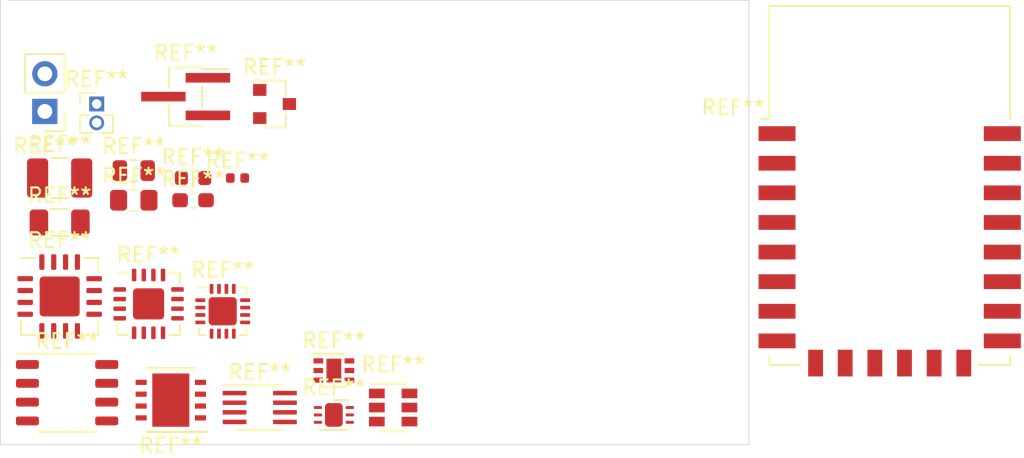
<source format=kicad_pcb>
(kicad_pcb (version 20171130) (host pcbnew 5.1.0)

  (general
    (thickness 1.6)
    (drawings 4)
    (tracks 0)
    (zones 0)
    (modules 21)
    (nets 1)
  )

  (page A4)
  (layers
    (0 F.Cu signal)
    (31 B.Cu signal)
    (32 B.Adhes user)
    (33 F.Adhes user)
    (34 B.Paste user)
    (35 F.Paste user)
    (36 B.SilkS user)
    (37 F.SilkS user)
    (38 B.Mask user)
    (39 F.Mask user)
    (40 Dwgs.User user)
    (41 Cmts.User user)
    (42 Eco1.User user)
    (43 Eco2.User user)
    (44 Edge.Cuts user)
    (45 Margin user)
    (46 B.CrtYd user)
    (47 F.CrtYd user)
    (48 B.Fab user)
    (49 F.Fab user hide)
  )

  (setup
    (last_trace_width 0.25)
    (trace_clearance 0.2)
    (zone_clearance 0.508)
    (zone_45_only no)
    (trace_min 0.2)
    (via_size 0.8)
    (via_drill 0.4)
    (via_min_size 0.4)
    (via_min_drill 0.3)
    (uvia_size 0.3)
    (uvia_drill 0.1)
    (uvias_allowed no)
    (uvia_min_size 0.2)
    (uvia_min_drill 0.1)
    (edge_width 0.05)
    (segment_width 0.2)
    (pcb_text_width 0.3)
    (pcb_text_size 1.5 1.5)
    (mod_edge_width 0.12)
    (mod_text_size 1 1)
    (mod_text_width 0.15)
    (pad_size 1.524 1.524)
    (pad_drill 0.762)
    (pad_to_mask_clearance 0.051)
    (solder_mask_min_width 0.25)
    (aux_axis_origin 0 0)
    (visible_elements FFFFFF7F)
    (pcbplotparams
      (layerselection 0x010fc_ffffffff)
      (usegerberextensions false)
      (usegerberattributes false)
      (usegerberadvancedattributes false)
      (creategerberjobfile false)
      (excludeedgelayer true)
      (linewidth 0.100000)
      (plotframeref false)
      (viasonmask false)
      (mode 1)
      (useauxorigin false)
      (hpglpennumber 1)
      (hpglpenspeed 20)
      (hpglpendiameter 15.000000)
      (psnegative false)
      (psa4output false)
      (plotreference true)
      (plotvalue true)
      (plotinvisibletext false)
      (padsonsilk false)
      (subtractmaskfromsilk false)
      (outputformat 1)
      (mirror false)
      (drillshape 1)
      (scaleselection 1)
      (outputdirectory ""))
  )

  (net 0 "")

  (net_class Default "This is the default net class."
    (clearance 0.2)
    (trace_width 0.25)
    (via_dia 0.8)
    (via_drill 0.4)
    (uvia_dia 0.3)
    (uvia_drill 0.1)
  )

  (module Connector_PinHeader_1.27mm:PinHeader_1x02_P1.27mm_Vertical (layer F.Cu) (tedit 59FED6E3) (tstamp 5CADC2C5)
    (at 40.5 36)
    (descr "Through hole straight pin header, 1x02, 1.27mm pitch, single row")
    (tags "Through hole pin header THT 1x02 1.27mm single row")
    (fp_text reference REF** (at 0 -1.695) (layer F.SilkS)
      (effects (font (size 1 1) (thickness 0.15)))
    )
    (fp_text value PinHeader_1x02_P1.27mm_Vertical (at 0 2.965) (layer F.Fab)
      (effects (font (size 1 1) (thickness 0.15)))
    )
    (fp_text user %R (at 0 0.635 90) (layer F.Fab)
      (effects (font (size 1 1) (thickness 0.15)))
    )
    (fp_line (start 1.55 -1.15) (end -1.55 -1.15) (layer F.CrtYd) (width 0.05))
    (fp_line (start 1.55 2.45) (end 1.55 -1.15) (layer F.CrtYd) (width 0.05))
    (fp_line (start -1.55 2.45) (end 1.55 2.45) (layer F.CrtYd) (width 0.05))
    (fp_line (start -1.55 -1.15) (end -1.55 2.45) (layer F.CrtYd) (width 0.05))
    (fp_line (start -1.11 -0.76) (end 0 -0.76) (layer F.SilkS) (width 0.12))
    (fp_line (start -1.11 0) (end -1.11 -0.76) (layer F.SilkS) (width 0.12))
    (fp_line (start 0.563471 0.76) (end 1.11 0.76) (layer F.SilkS) (width 0.12))
    (fp_line (start -1.11 0.76) (end -0.563471 0.76) (layer F.SilkS) (width 0.12))
    (fp_line (start 1.11 0.76) (end 1.11 1.965) (layer F.SilkS) (width 0.12))
    (fp_line (start -1.11 0.76) (end -1.11 1.965) (layer F.SilkS) (width 0.12))
    (fp_line (start 0.30753 1.965) (end 1.11 1.965) (layer F.SilkS) (width 0.12))
    (fp_line (start -1.11 1.965) (end -0.30753 1.965) (layer F.SilkS) (width 0.12))
    (fp_line (start -1.05 -0.11) (end -0.525 -0.635) (layer F.Fab) (width 0.1))
    (fp_line (start -1.05 1.905) (end -1.05 -0.11) (layer F.Fab) (width 0.1))
    (fp_line (start 1.05 1.905) (end -1.05 1.905) (layer F.Fab) (width 0.1))
    (fp_line (start 1.05 -0.635) (end 1.05 1.905) (layer F.Fab) (width 0.1))
    (fp_line (start -0.525 -0.635) (end 1.05 -0.635) (layer F.Fab) (width 0.1))
    (pad 2 thru_hole oval (at 0 1.27) (size 1 1) (drill 0.65) (layers *.Cu *.Mask))
    (pad 1 thru_hole rect (at 0 0) (size 1 1) (drill 0.65) (layers *.Cu *.Mask))
    (model ${KISYS3DMOD}/Connector_PinHeader_1.27mm.3dshapes/PinHeader_1x02_P1.27mm_Vertical.wrl
      (at (xyz 0 0 0))
      (scale (xyz 1 1 1))
      (rotate (xyz 0 0 0))
    )
  )

  (module Package_DFN_QFN:DFN-6-1EP_2x2mm_P0.65mm_EP1x1.6mm (layer F.Cu) (tedit 5A64E13E) (tstamp 5CADC30B)
    (at 56.5 54)
    (descr "6-Lead Plastic Dual Flat, No Lead Package (MA) - 2x2x0.9 mm Body [DFN] (see Microchip Packaging Specification 00000049BS.pdf)")
    (tags "DFN 0.65")
    (attr smd)
    (fp_text reference REF** (at 0 -2.025) (layer F.SilkS)
      (effects (font (size 1 1) (thickness 0.15)))
    )
    (fp_text value DFN-6-1EP_2x2mm_P0.65mm_EP1x1.6mm (at 0 2.025) (layer F.Fab)
      (effects (font (size 1 1) (thickness 0.15)))
    )
    (fp_line (start -1.45 -1.1) (end 0.725 -1.1) (layer F.SilkS) (width 0.15))
    (fp_line (start -0.725 1.1) (end 0.725 1.1) (layer F.SilkS) (width 0.15))
    (fp_line (start -1.65 1.25) (end 1.65 1.25) (layer F.CrtYd) (width 0.05))
    (fp_line (start -1.65 -1.25) (end 1.65 -1.25) (layer F.CrtYd) (width 0.05))
    (fp_line (start 1.65 -1.25) (end 1.65 1.25) (layer F.CrtYd) (width 0.05))
    (fp_line (start -1.65 -1.25) (end -1.65 1.25) (layer F.CrtYd) (width 0.05))
    (fp_line (start -1 0) (end 0 -1) (layer F.Fab) (width 0.15))
    (fp_line (start -1 1) (end -1 0) (layer F.Fab) (width 0.15))
    (fp_line (start 1 1) (end -1 1) (layer F.Fab) (width 0.15))
    (fp_line (start 1 -1) (end 1 1) (layer F.Fab) (width 0.15))
    (fp_line (start 0 -1) (end 1 -1) (layer F.Fab) (width 0.15))
    (fp_text user %R (at 0 0) (layer F.Fab)
      (effects (font (size 0.5 0.5) (thickness 0.075)))
    )
    (pad "" smd rect (at 0 0.4) (size 0.82 0.63) (layers F.Paste))
    (pad "" smd rect (at 0 -0.4) (size 0.82 0.63) (layers F.Paste))
    (pad 7 smd rect (at 0 0) (size 1 1.6) (layers F.Cu F.Mask))
    (pad 6 smd rect (at 1.05 -0.65) (size 0.65 0.35) (layers F.Cu F.Paste F.Mask))
    (pad 5 smd rect (at 1.05 0) (size 0.65 0.35) (layers F.Cu F.Paste F.Mask))
    (pad 4 smd rect (at 1.05 0.65) (size 0.65 0.35) (layers F.Cu F.Paste F.Mask))
    (pad 3 smd rect (at -1.05 0.65) (size 0.65 0.35) (layers F.Cu F.Paste F.Mask))
    (pad 2 smd rect (at -1.05 0) (size 0.65 0.35) (layers F.Cu F.Paste F.Mask))
    (pad 1 smd rect (at -1.05 -0.65) (size 0.65 0.35) (layers F.Cu F.Paste F.Mask))
    (model ${KISYS3DMOD}/Package_DFN_QFN.3dshapes/DFN-6-1EP_2x2mm_P0.65mm_EP1x1.6mm.wrl
      (at (xyz 0 0 0))
      (scale (xyz 1 1 1))
      (rotate (xyz 0 0 0))
    )
  )

  (module Package_DFN_QFN:DFN-6-1EP_2x1.8mm_P0.5mm_EP1.2x1.6mm (layer F.Cu) (tedit 5B5AED80) (tstamp 5CADC3E8)
    (at 56.5 57)
    (descr "DFN, 6 Pin (https://www.diodes.com/assets/Package-Files/U-DFN2018-6.pdf), generated with kicad-footprint-generator ipc_dfn_qfn_generator.py")
    (tags "DFN DFN_QFN")
    (attr smd)
    (fp_text reference REF** (at 0 -1.85) (layer F.SilkS)
      (effects (font (size 1 1) (thickness 0.15)))
    )
    (fp_text value DFN-6-1EP_2x1.8mm_P0.5mm_EP1.2x1.6mm (at 0 1.85) (layer F.Fab)
      (effects (font (size 1 1) (thickness 0.15)))
    )
    (fp_text user %R (at 0 0) (layer F.Fab)
      (effects (font (size 0.5 0.5) (thickness 0.08)))
    )
    (fp_line (start 1.6 -1.15) (end -1.6 -1.15) (layer F.CrtYd) (width 0.05))
    (fp_line (start 1.6 1.15) (end 1.6 -1.15) (layer F.CrtYd) (width 0.05))
    (fp_line (start -1.6 1.15) (end 1.6 1.15) (layer F.CrtYd) (width 0.05))
    (fp_line (start -1.6 -1.15) (end -1.6 1.15) (layer F.CrtYd) (width 0.05))
    (fp_line (start -1 -0.4) (end -0.5 -0.9) (layer F.Fab) (width 0.1))
    (fp_line (start -1 0.9) (end -1 -0.4) (layer F.Fab) (width 0.1))
    (fp_line (start 1 0.9) (end -1 0.9) (layer F.Fab) (width 0.1))
    (fp_line (start 1 -0.9) (end 1 0.9) (layer F.Fab) (width 0.1))
    (fp_line (start -0.5 -0.9) (end 1 -0.9) (layer F.Fab) (width 0.1))
    (fp_line (start -1 1.01) (end 1 1.01) (layer F.SilkS) (width 0.12))
    (fp_line (start 0 -1.01) (end 1 -1.01) (layer F.SilkS) (width 0.12))
    (pad 6 smd roundrect (at 1.075 -0.5) (size 0.55 0.2) (layers F.Cu F.Paste F.Mask) (roundrect_rratio 0.25))
    (pad 5 smd roundrect (at 1.075 0) (size 0.55 0.2) (layers F.Cu F.Paste F.Mask) (roundrect_rratio 0.25))
    (pad 4 smd roundrect (at 1.075 0.5) (size 0.55 0.2) (layers F.Cu F.Paste F.Mask) (roundrect_rratio 0.25))
    (pad 3 smd roundrect (at -1.075 0.5) (size 0.55 0.2) (layers F.Cu F.Paste F.Mask) (roundrect_rratio 0.25))
    (pad 2 smd roundrect (at -1.075 0) (size 0.55 0.2) (layers F.Cu F.Paste F.Mask) (roundrect_rratio 0.25))
    (pad 1 smd roundrect (at -1.075 -0.5) (size 0.55 0.2) (layers F.Cu F.Paste F.Mask) (roundrect_rratio 0.25))
    (pad "" smd roundrect (at 0.3 0.4) (size 0.48 0.64) (layers F.Paste) (roundrect_rratio 0.25))
    (pad "" smd roundrect (at 0.3 -0.4) (size 0.48 0.64) (layers F.Paste) (roundrect_rratio 0.25))
    (pad "" smd roundrect (at -0.3 0.4) (size 0.48 0.64) (layers F.Paste) (roundrect_rratio 0.25))
    (pad "" smd roundrect (at -0.3 -0.4) (size 0.48 0.64) (layers F.Paste) (roundrect_rratio 0.25))
    (pad 7 smd roundrect (at 0 0) (size 1.2 1.6) (layers F.Cu F.Mask) (roundrect_rratio 0.208333))
    (model ${KISYS3DMOD}/Package_DFN_QFN.3dshapes/DFN-6-1EP_2x1.8mm_P0.5mm_EP1.2x1.6mm.wrl
      (at (xyz 0 0 0))
      (scale (xyz 1 1 1))
      (rotate (xyz 0 0 0))
    )
  )

  (module RF_Module:ESP-12E (layer F.Cu) (tedit 5A030172) (tstamp 5CAD92F6)
    (at 94 41.5)
    (descr "Wi-Fi Module, http://wiki.ai-thinker.com/_media/esp8266/docs/aithinker_esp_12f_datasheet_en.pdf")
    (tags "Wi-Fi Module")
    (attr smd)
    (fp_text reference REF** (at -10.56 -5.26) (layer F.SilkS)
      (effects (font (size 1 1) (thickness 0.15)))
    )
    (fp_text value ESP-12E (at -0.06 -12.78) (layer F.Fab)
      (effects (font (size 1 1) (thickness 0.15)))
    )
    (fp_line (start 5.56 -4.8) (end 8.12 -7.36) (layer Dwgs.User) (width 0.12))
    (fp_line (start 2.56 -4.8) (end 8.12 -10.36) (layer Dwgs.User) (width 0.12))
    (fp_line (start -0.44 -4.8) (end 6.88 -12.12) (layer Dwgs.User) (width 0.12))
    (fp_line (start -3.44 -4.8) (end 3.88 -12.12) (layer Dwgs.User) (width 0.12))
    (fp_line (start -6.44 -4.8) (end 0.88 -12.12) (layer Dwgs.User) (width 0.12))
    (fp_line (start -8.12 -6.12) (end -2.12 -12.12) (layer Dwgs.User) (width 0.12))
    (fp_line (start -8.12 -9.12) (end -5.12 -12.12) (layer Dwgs.User) (width 0.12))
    (fp_line (start -8.12 -4.8) (end -8.12 -12.12) (layer Dwgs.User) (width 0.12))
    (fp_line (start 8.12 -4.8) (end -8.12 -4.8) (layer Dwgs.User) (width 0.12))
    (fp_line (start 8.12 -12.12) (end 8.12 -4.8) (layer Dwgs.User) (width 0.12))
    (fp_line (start -8.12 -12.12) (end 8.12 -12.12) (layer Dwgs.User) (width 0.12))
    (fp_line (start -8.12 -4.5) (end -8.73 -4.5) (layer F.SilkS) (width 0.12))
    (fp_line (start -8.12 -4.5) (end -8.12 -12.12) (layer F.SilkS) (width 0.12))
    (fp_line (start -8.12 12.12) (end -8.12 11.5) (layer F.SilkS) (width 0.12))
    (fp_line (start -6 12.12) (end -8.12 12.12) (layer F.SilkS) (width 0.12))
    (fp_line (start 8.12 12.12) (end 6 12.12) (layer F.SilkS) (width 0.12))
    (fp_line (start 8.12 11.5) (end 8.12 12.12) (layer F.SilkS) (width 0.12))
    (fp_line (start 8.12 -12.12) (end 8.12 -4.5) (layer F.SilkS) (width 0.12))
    (fp_line (start -8.12 -12.12) (end 8.12 -12.12) (layer F.SilkS) (width 0.12))
    (fp_line (start -9.05 13.1) (end -9.05 -12.2) (layer F.CrtYd) (width 0.05))
    (fp_line (start 9.05 13.1) (end -9.05 13.1) (layer F.CrtYd) (width 0.05))
    (fp_line (start 9.05 -12.2) (end 9.05 13.1) (layer F.CrtYd) (width 0.05))
    (fp_line (start -9.05 -12.2) (end 9.05 -12.2) (layer F.CrtYd) (width 0.05))
    (fp_line (start -8 -4) (end -8 -12) (layer F.Fab) (width 0.12))
    (fp_line (start -7.5 -3.5) (end -8 -4) (layer F.Fab) (width 0.12))
    (fp_line (start -8 -3) (end -7.5 -3.5) (layer F.Fab) (width 0.12))
    (fp_line (start -8 12) (end -8 -3) (layer F.Fab) (width 0.12))
    (fp_line (start 8 12) (end -8 12) (layer F.Fab) (width 0.12))
    (fp_line (start 8 -12) (end 8 12) (layer F.Fab) (width 0.12))
    (fp_line (start -8 -12) (end 8 -12) (layer F.Fab) (width 0.12))
    (fp_text user %R (at 0.49 -0.8) (layer F.Fab)
      (effects (font (size 1 1) (thickness 0.15)))
    )
    (fp_text user "KEEP-OUT ZONE" (at 0.03 -9.55 180) (layer Cmts.User)
      (effects (font (size 1 1) (thickness 0.15)))
    )
    (fp_text user Antenna (at -0.06 -7 180) (layer Cmts.User)
      (effects (font (size 1 1) (thickness 0.15)))
    )
    (pad 22 smd rect (at 7.6 -3.5) (size 2.5 1) (layers F.Cu F.Paste F.Mask))
    (pad 21 smd rect (at 7.6 -1.5) (size 2.5 1) (layers F.Cu F.Paste F.Mask))
    (pad 20 smd rect (at 7.6 0.5) (size 2.5 1) (layers F.Cu F.Paste F.Mask))
    (pad 19 smd rect (at 7.6 2.5) (size 2.5 1) (layers F.Cu F.Paste F.Mask))
    (pad 18 smd rect (at 7.6 4.5) (size 2.5 1) (layers F.Cu F.Paste F.Mask))
    (pad 17 smd rect (at 7.6 6.5) (size 2.5 1) (layers F.Cu F.Paste F.Mask))
    (pad 16 smd rect (at 7.6 8.5) (size 2.5 1) (layers F.Cu F.Paste F.Mask))
    (pad 15 smd rect (at 7.6 10.5) (size 2.5 1) (layers F.Cu F.Paste F.Mask))
    (pad 14 smd rect (at 5 12) (size 1 1.8) (layers F.Cu F.Paste F.Mask))
    (pad 13 smd rect (at 3 12) (size 1 1.8) (layers F.Cu F.Paste F.Mask))
    (pad 12 smd rect (at 1 12) (size 1 1.8) (layers F.Cu F.Paste F.Mask))
    (pad 11 smd rect (at -1 12) (size 1 1.8) (layers F.Cu F.Paste F.Mask))
    (pad 10 smd rect (at -3 12) (size 1 1.8) (layers F.Cu F.Paste F.Mask))
    (pad 9 smd rect (at -5 12) (size 1 1.8) (layers F.Cu F.Paste F.Mask))
    (pad 8 smd rect (at -7.6 10.5) (size 2.5 1) (layers F.Cu F.Paste F.Mask))
    (pad 7 smd rect (at -7.6 8.5) (size 2.5 1) (layers F.Cu F.Paste F.Mask))
    (pad 6 smd rect (at -7.6 6.5) (size 2.5 1) (layers F.Cu F.Paste F.Mask))
    (pad 5 smd rect (at -7.6 4.5) (size 2.5 1) (layers F.Cu F.Paste F.Mask))
    (pad 4 smd rect (at -7.6 2.5) (size 2.5 1) (layers F.Cu F.Paste F.Mask))
    (pad 3 smd rect (at -7.6 0.5) (size 2.5 1) (layers F.Cu F.Paste F.Mask))
    (pad 2 smd rect (at -7.6 -1.5) (size 2.5 1) (layers F.Cu F.Paste F.Mask))
    (pad 1 smd rect (at -7.6 -3.5) (size 2.5 1) (layers F.Cu F.Paste F.Mask))
    (model ${KISYS3DMOD}/RF_Module.3dshapes/ESP-12E.wrl
      (at (xyz 0 0 0))
      (scale (xyz 1 1 1))
      (rotate (xyz 0 0 0))
    )
  )

  (module Package_DFN_QFN:DFN-8-1EP_4x4mm_P0.8mm_EP2.5x3.6mm (layer F.Cu) (tedit 5A64EB23) (tstamp 5CADC46A)
    (at 45.5 56 180)
    (descr "8-Lead Plastic Dual Flat, No Lead Package (MD) - 4x4x0.9 mm Body [DFN] (see Microchip Packaging Specification 00000049BS.pdf)")
    (tags "DFN 0.8")
    (attr smd)
    (fp_text reference REF** (at 0 -3.075 180) (layer F.SilkS)
      (effects (font (size 1 1) (thickness 0.15)))
    )
    (fp_text value DFN-8-1EP_4x4mm_P0.8mm_EP2.5x3.6mm (at 0 3.075 180) (layer F.Fab)
      (effects (font (size 1 1) (thickness 0.15)))
    )
    (fp_text user %R (at 0 0 180) (layer F.Fab)
      (effects (font (size 1 1) (thickness 0.15)))
    )
    (fp_line (start -1 -2) (end 2 -2) (layer F.Fab) (width 0.15))
    (fp_line (start 2 -2) (end 2 2) (layer F.Fab) (width 0.15))
    (fp_line (start 2 2) (end -2 2) (layer F.Fab) (width 0.15))
    (fp_line (start -2 2) (end -2 -1) (layer F.Fab) (width 0.15))
    (fp_line (start -2 -1) (end -1 -2) (layer F.Fab) (width 0.15))
    (fp_line (start -2.65 -2.35) (end -2.65 2.35) (layer F.CrtYd) (width 0.05))
    (fp_line (start 2.65 -2.35) (end 2.65 2.35) (layer F.CrtYd) (width 0.05))
    (fp_line (start -2.65 -2.35) (end 2.65 -2.35) (layer F.CrtYd) (width 0.05))
    (fp_line (start -2.65 2.35) (end 2.65 2.35) (layer F.CrtYd) (width 0.05))
    (fp_line (start -1.625 2.15) (end 1.625 2.15) (layer F.SilkS) (width 0.15))
    (fp_line (start -2.45 -2.15) (end 1.625 -2.15) (layer F.SilkS) (width 0.15))
    (pad 1 smd rect (at -2 -1.2 180) (size 0.75 0.35) (layers F.Cu F.Paste F.Mask))
    (pad 2 smd rect (at -2 -0.4 180) (size 0.75 0.35) (layers F.Cu F.Paste F.Mask))
    (pad 3 smd rect (at -2 0.4 180) (size 0.75 0.35) (layers F.Cu F.Paste F.Mask))
    (pad 4 smd rect (at -2 1.2 180) (size 0.75 0.35) (layers F.Cu F.Paste F.Mask))
    (pad 5 smd rect (at 2 1.2 180) (size 0.75 0.35) (layers F.Cu F.Paste F.Mask))
    (pad 6 smd rect (at 2 0.4 180) (size 0.75 0.35) (layers F.Cu F.Paste F.Mask))
    (pad 7 smd rect (at 2 -0.4 180) (size 0.75 0.35) (layers F.Cu F.Paste F.Mask))
    (pad 8 smd rect (at 2 -1.2 180) (size 0.75 0.35) (layers F.Cu F.Paste F.Mask))
    (pad "" smd rect (at -0.625 -1.2 180) (size 1 1) (layers F.Paste))
    (pad 9 smd rect (at 0 0 180) (size 2.5 3.6) (layers F.Cu F.Mask))
    (pad "" smd rect (at 0.625 -1.2 180) (size 1 1) (layers F.Paste))
    (pad "" smd rect (at 0.625 0 180) (size 1 1) (layers F.Paste))
    (pad "" smd rect (at -0.625 0 180) (size 1 1) (layers F.Paste))
    (pad "" smd rect (at 0.625 1.2 180) (size 1 1) (layers F.Paste))
    (pad "" smd rect (at -0.625 1.2 180) (size 1 1) (layers F.Paste))
    (model ${KISYS3DMOD}/Package_DFN_QFN.3dshapes/DFN-8-1EP_4x4mm_P0.8mm_EP2.5x3.6mm.wrl
      (at (xyz 0 0 0))
      (scale (xyz 1 1 1))
      (rotate (xyz 0 0 0))
    )
  )

  (module Package_SO:SSOP-8_3.9x5.05mm_P1.27mm (layer F.Cu) (tedit 5B9564B2) (tstamp 5CADC39A)
    (at 38.5 55.5)
    (descr "SSOP, 8 Pin (http://www.fujitsu.com/downloads/MICRO/fsa/pdf/products/memory/fram/MB85RS16-DS501-00014-6v0-E.pdf), generated with kicad-footprint-generator ipc_gullwing_generator.py")
    (tags "SSOP SO")
    (attr smd)
    (fp_text reference REF** (at 0 -3.48) (layer F.SilkS)
      (effects (font (size 1 1) (thickness 0.15)))
    )
    (fp_text value SSOP-8_3.9x5.05mm_P1.27mm (at 0 3.48) (layer F.Fab)
      (effects (font (size 1 1) (thickness 0.15)))
    )
    (fp_text user %R (at 0 0) (layer F.Fab)
      (effects (font (size 0.98 0.98) (thickness 0.15)))
    )
    (fp_line (start 3.7 -2.78) (end -3.7 -2.78) (layer F.CrtYd) (width 0.05))
    (fp_line (start 3.7 2.78) (end 3.7 -2.78) (layer F.CrtYd) (width 0.05))
    (fp_line (start -3.7 2.78) (end 3.7 2.78) (layer F.CrtYd) (width 0.05))
    (fp_line (start -3.7 -2.78) (end -3.7 2.78) (layer F.CrtYd) (width 0.05))
    (fp_line (start -1.95 -1.55) (end -0.975 -2.525) (layer F.Fab) (width 0.1))
    (fp_line (start -1.95 2.525) (end -1.95 -1.55) (layer F.Fab) (width 0.1))
    (fp_line (start 1.95 2.525) (end -1.95 2.525) (layer F.Fab) (width 0.1))
    (fp_line (start 1.95 -2.525) (end 1.95 2.525) (layer F.Fab) (width 0.1))
    (fp_line (start -0.975 -2.525) (end 1.95 -2.525) (layer F.Fab) (width 0.1))
    (fp_line (start 0 -2.635) (end -3.45 -2.635) (layer F.SilkS) (width 0.12))
    (fp_line (start 0 -2.635) (end 1.95 -2.635) (layer F.SilkS) (width 0.12))
    (fp_line (start 0 2.635) (end -1.95 2.635) (layer F.SilkS) (width 0.12))
    (fp_line (start 0 2.635) (end 1.95 2.635) (layer F.SilkS) (width 0.12))
    (fp_line (start 0 2.635) (end 0 2.635) (layer B.Fab) (width 0.12))
    (pad 8 smd roundrect (at 2.675 -1.905) (size 1.55 0.6) (layers F.Cu F.Paste F.Mask) (roundrect_rratio 0.25))
    (pad 7 smd roundrect (at 2.675 -0.635) (size 1.55 0.6) (layers F.Cu F.Paste F.Mask) (roundrect_rratio 0.25))
    (pad 6 smd roundrect (at 2.675 0.635) (size 1.55 0.6) (layers F.Cu F.Paste F.Mask) (roundrect_rratio 0.25))
    (pad 5 smd roundrect (at 2.675 1.905) (size 1.55 0.6) (layers F.Cu F.Paste F.Mask) (roundrect_rratio 0.25))
    (pad 4 smd roundrect (at -2.675 1.905) (size 1.55 0.6) (layers F.Cu F.Paste F.Mask) (roundrect_rratio 0.25))
    (pad 3 smd roundrect (at -2.675 0.635) (size 1.55 0.6) (layers F.Cu F.Paste F.Mask) (roundrect_rratio 0.25))
    (pad 2 smd roundrect (at -2.675 -0.635) (size 1.55 0.6) (layers F.Cu F.Paste F.Mask) (roundrect_rratio 0.25))
    (pad 1 smd roundrect (at -2.675 -1.905) (size 1.55 0.6) (layers F.Cu F.Paste F.Mask) (roundrect_rratio 0.25))
    (model ${KISYS3DMOD}/Package_SO.3dshapes/SSOP-8_3.9x5.05mm_P1.27mm.wrl
      (at (xyz 0 0 0))
      (scale (xyz 1 1 1))
      (rotate (xyz 0 0 0))
    )
  )

  (module Package_SO:SSOP-8_2.95x2.8mm_P0.65mm (layer F.Cu) (tedit 5A02F25C) (tstamp 5CADC352)
    (at 51.5 56.5)
    (descr "SSOP-8 2.9 x2.8mm Pitch 0.65mm")
    (tags "SSOP-8 2.95x2.8mm Pitch 0.65mm")
    (attr smd)
    (fp_text reference REF** (at 0 -2.4) (layer F.SilkS)
      (effects (font (size 1 1) (thickness 0.15)))
    )
    (fp_text value SSOP-8_2.95x2.8mm_P0.65mm (at 0 2.6) (layer F.Fab)
      (effects (font (size 1 1) (thickness 0.15)))
    )
    (fp_text user %R (at 0 0) (layer F.Fab)
      (effects (font (size 0.6 0.6) (thickness 0.15)))
    )
    (fp_line (start 1.475 -1.4) (end 1.475 1.4) (layer F.Fab) (width 0.1))
    (fp_line (start 1.475 1.4) (end -1.475 1.4) (layer F.Fab) (width 0.1))
    (fp_line (start -1.475 1.4) (end -1.475 -0.7) (layer F.Fab) (width 0.1))
    (fp_line (start -0.475 -1.4) (end 1.475 -1.4) (layer F.Fab) (width 0.1))
    (fp_line (start -0.475 -1.4) (end -1.475 -0.7) (layer F.Fab) (width 0.1))
    (fp_line (start 1.5 -1.5) (end -2.5 -1.5) (layer F.SilkS) (width 0.12))
    (fp_line (start 1.5 1.5) (end -1.5 1.5) (layer F.SilkS) (width 0.12))
    (fp_line (start 2.75 -1.65) (end 2.75 1.65) (layer F.CrtYd) (width 0.05))
    (fp_line (start 2.75 1.65) (end -2.75 1.65) (layer F.CrtYd) (width 0.05))
    (fp_line (start -2.75 1.65) (end -2.75 -1.65) (layer F.CrtYd) (width 0.05))
    (fp_line (start -2.75 -1.65) (end 2.75 -1.65) (layer F.CrtYd) (width 0.05))
    (pad 8 smd rect (at 1.7 -0.975 270) (size 0.3 1.6) (layers F.Cu F.Paste F.Mask))
    (pad 7 smd rect (at 1.7 -0.325 270) (size 0.3 1.6) (layers F.Cu F.Paste F.Mask))
    (pad 6 smd rect (at 1.7 0.325 270) (size 0.3 1.6) (layers F.Cu F.Paste F.Mask))
    (pad 5 smd rect (at 1.7 0.975 270) (size 0.3 1.6) (layers F.Cu F.Paste F.Mask))
    (pad 4 smd rect (at -1.7 0.975 270) (size 0.3 1.6) (layers F.Cu F.Paste F.Mask))
    (pad 3 smd rect (at -1.7 0.325 270) (size 0.3 1.6) (layers F.Cu F.Paste F.Mask))
    (pad 2 smd rect (at -1.7 -0.325 270) (size 0.3 1.6) (layers F.Cu F.Paste F.Mask))
    (pad 1 smd rect (at -1.7 -0.975 270) (size 0.3 1.6) (layers F.Cu F.Paste F.Mask))
    (model ${KISYS3DMOD}/Package_SO.3dshapes/SSOP-8_2.95x2.8mm_P0.65mm.wrl
      (at (xyz 0 0 0))
      (scale (xyz 1 1 1))
      (rotate (xyz 0 0 0))
    )
  )

  (module Package_DFN_QFN:QFN-16-1EP_3x3mm_P0.5mm_EP1.9x1.9mm (layer F.Cu) (tedit 5C1D3A87) (tstamp 5CADC52F)
    (at 49 50)
    (descr "QFN, 16 Pin (https://www.nxp.com/docs/en/package-information/98ASA00525D.pdf), generated with kicad-footprint-generator ipc_dfn_qfn_generator.py")
    (tags "QFN DFN_QFN")
    (attr smd)
    (fp_text reference REF** (at 0 -2.8) (layer F.SilkS)
      (effects (font (size 1 1) (thickness 0.15)))
    )
    (fp_text value QFN-16-1EP_3x3mm_P0.5mm_EP1.9x1.9mm (at 0 2.8) (layer F.Fab)
      (effects (font (size 1 1) (thickness 0.15)))
    )
    (fp_text user %R (at 0 0) (layer F.Fab)
      (effects (font (size 0.75 0.75) (thickness 0.11)))
    )
    (fp_line (start 2.1 -2.1) (end -2.1 -2.1) (layer F.CrtYd) (width 0.05))
    (fp_line (start 2.1 2.1) (end 2.1 -2.1) (layer F.CrtYd) (width 0.05))
    (fp_line (start -2.1 2.1) (end 2.1 2.1) (layer F.CrtYd) (width 0.05))
    (fp_line (start -2.1 -2.1) (end -2.1 2.1) (layer F.CrtYd) (width 0.05))
    (fp_line (start -1.5 -0.75) (end -0.75 -1.5) (layer F.Fab) (width 0.1))
    (fp_line (start -1.5 1.5) (end -1.5 -0.75) (layer F.Fab) (width 0.1))
    (fp_line (start 1.5 1.5) (end -1.5 1.5) (layer F.Fab) (width 0.1))
    (fp_line (start 1.5 -1.5) (end 1.5 1.5) (layer F.Fab) (width 0.1))
    (fp_line (start -0.75 -1.5) (end 1.5 -1.5) (layer F.Fab) (width 0.1))
    (fp_line (start -1.135 -1.61) (end -1.61 -1.61) (layer F.SilkS) (width 0.12))
    (fp_line (start 1.61 1.61) (end 1.61 1.135) (layer F.SilkS) (width 0.12))
    (fp_line (start 1.135 1.61) (end 1.61 1.61) (layer F.SilkS) (width 0.12))
    (fp_line (start -1.61 1.61) (end -1.61 1.135) (layer F.SilkS) (width 0.12))
    (fp_line (start -1.135 1.61) (end -1.61 1.61) (layer F.SilkS) (width 0.12))
    (fp_line (start 1.61 -1.61) (end 1.61 -1.135) (layer F.SilkS) (width 0.12))
    (fp_line (start 1.135 -1.61) (end 1.61 -1.61) (layer F.SilkS) (width 0.12))
    (pad 16 smd roundrect (at -0.75 -1.5125) (size 0.25 0.675) (layers F.Cu F.Paste F.Mask) (roundrect_rratio 0.25))
    (pad 15 smd roundrect (at -0.25 -1.5125) (size 0.25 0.675) (layers F.Cu F.Paste F.Mask) (roundrect_rratio 0.25))
    (pad 14 smd roundrect (at 0.25 -1.5125) (size 0.25 0.675) (layers F.Cu F.Paste F.Mask) (roundrect_rratio 0.25))
    (pad 13 smd roundrect (at 0.75 -1.5125) (size 0.25 0.675) (layers F.Cu F.Paste F.Mask) (roundrect_rratio 0.25))
    (pad 12 smd roundrect (at 1.5125 -0.75) (size 0.675 0.25) (layers F.Cu F.Paste F.Mask) (roundrect_rratio 0.25))
    (pad 11 smd roundrect (at 1.5125 -0.25) (size 0.675 0.25) (layers F.Cu F.Paste F.Mask) (roundrect_rratio 0.25))
    (pad 10 smd roundrect (at 1.5125 0.25) (size 0.675 0.25) (layers F.Cu F.Paste F.Mask) (roundrect_rratio 0.25))
    (pad 9 smd roundrect (at 1.5125 0.75) (size 0.675 0.25) (layers F.Cu F.Paste F.Mask) (roundrect_rratio 0.25))
    (pad 8 smd roundrect (at 0.75 1.5125) (size 0.25 0.675) (layers F.Cu F.Paste F.Mask) (roundrect_rratio 0.25))
    (pad 7 smd roundrect (at 0.25 1.5125) (size 0.25 0.675) (layers F.Cu F.Paste F.Mask) (roundrect_rratio 0.25))
    (pad 6 smd roundrect (at -0.25 1.5125) (size 0.25 0.675) (layers F.Cu F.Paste F.Mask) (roundrect_rratio 0.25))
    (pad 5 smd roundrect (at -0.75 1.5125) (size 0.25 0.675) (layers F.Cu F.Paste F.Mask) (roundrect_rratio 0.25))
    (pad 4 smd roundrect (at -1.5125 0.75) (size 0.675 0.25) (layers F.Cu F.Paste F.Mask) (roundrect_rratio 0.25))
    (pad 3 smd roundrect (at -1.5125 0.25) (size 0.675 0.25) (layers F.Cu F.Paste F.Mask) (roundrect_rratio 0.25))
    (pad 2 smd roundrect (at -1.5125 -0.25) (size 0.675 0.25) (layers F.Cu F.Paste F.Mask) (roundrect_rratio 0.25))
    (pad 1 smd roundrect (at -1.5125 -0.75) (size 0.675 0.25) (layers F.Cu F.Paste F.Mask) (roundrect_rratio 0.25))
    (pad "" smd roundrect (at 0.475 0.475) (size 0.77 0.77) (layers F.Paste) (roundrect_rratio 0.25))
    (pad "" smd roundrect (at 0.475 -0.475) (size 0.77 0.77) (layers F.Paste) (roundrect_rratio 0.25))
    (pad "" smd roundrect (at -0.475 0.475) (size 0.77 0.77) (layers F.Paste) (roundrect_rratio 0.25))
    (pad "" smd roundrect (at -0.475 -0.475) (size 0.77 0.77) (layers F.Paste) (roundrect_rratio 0.25))
    (pad 17 smd roundrect (at 0 0) (size 1.9 1.9) (layers F.Cu F.Mask) (roundrect_rratio 0.131579))
    (model ${KISYS3DMOD}/Package_DFN_QFN.3dshapes/QFN-16-1EP_3x3mm_P0.5mm_EP1.9x1.9mm.wrl
      (at (xyz 0 0 0))
      (scale (xyz 1 1 1))
      (rotate (xyz 0 0 0))
    )
  )

  (module Package_DFN_QFN:QFN-16-1EP_4x4mm_P0.65mm_EP2.1x2.1mm (layer F.Cu) (tedit 5BA3C3DC) (tstamp 5CADC670)
    (at 44 49.5)
    (descr "QFN, 16 Pin (http://www.thatcorp.com/datashts/THAT_1580_Datasheet.pdf), generated with kicad-footprint-generator ipc_dfn_qfn_generator.py")
    (tags "QFN DFN_QFN")
    (attr smd)
    (fp_text reference REF** (at 0 -3.32) (layer F.SilkS)
      (effects (font (size 1 1) (thickness 0.15)))
    )
    (fp_text value QFN-16-1EP_4x4mm_P0.65mm_EP2.1x2.1mm (at 0 3.32) (layer F.Fab)
      (effects (font (size 1 1) (thickness 0.15)))
    )
    (fp_text user %R (at 0 0) (layer F.Fab)
      (effects (font (size 1 1) (thickness 0.15)))
    )
    (fp_line (start 2.62 -2.62) (end -2.62 -2.62) (layer F.CrtYd) (width 0.05))
    (fp_line (start 2.62 2.62) (end 2.62 -2.62) (layer F.CrtYd) (width 0.05))
    (fp_line (start -2.62 2.62) (end 2.62 2.62) (layer F.CrtYd) (width 0.05))
    (fp_line (start -2.62 -2.62) (end -2.62 2.62) (layer F.CrtYd) (width 0.05))
    (fp_line (start -2 -1) (end -1 -2) (layer F.Fab) (width 0.1))
    (fp_line (start -2 2) (end -2 -1) (layer F.Fab) (width 0.1))
    (fp_line (start 2 2) (end -2 2) (layer F.Fab) (width 0.1))
    (fp_line (start 2 -2) (end 2 2) (layer F.Fab) (width 0.1))
    (fp_line (start -1 -2) (end 2 -2) (layer F.Fab) (width 0.1))
    (fp_line (start -1.385 -2.11) (end -2.11 -2.11) (layer F.SilkS) (width 0.12))
    (fp_line (start 2.11 2.11) (end 2.11 1.385) (layer F.SilkS) (width 0.12))
    (fp_line (start 1.385 2.11) (end 2.11 2.11) (layer F.SilkS) (width 0.12))
    (fp_line (start -2.11 2.11) (end -2.11 1.385) (layer F.SilkS) (width 0.12))
    (fp_line (start -1.385 2.11) (end -2.11 2.11) (layer F.SilkS) (width 0.12))
    (fp_line (start 2.11 -2.11) (end 2.11 -1.385) (layer F.SilkS) (width 0.12))
    (fp_line (start 1.385 -2.11) (end 2.11 -2.11) (layer F.SilkS) (width 0.12))
    (pad 16 smd roundrect (at -0.975 -1.95) (size 0.3 0.85) (layers F.Cu F.Paste F.Mask) (roundrect_rratio 0.25))
    (pad 15 smd roundrect (at -0.325 -1.95) (size 0.3 0.85) (layers F.Cu F.Paste F.Mask) (roundrect_rratio 0.25))
    (pad 14 smd roundrect (at 0.325 -1.95) (size 0.3 0.85) (layers F.Cu F.Paste F.Mask) (roundrect_rratio 0.25))
    (pad 13 smd roundrect (at 0.975 -1.95) (size 0.3 0.85) (layers F.Cu F.Paste F.Mask) (roundrect_rratio 0.25))
    (pad 12 smd roundrect (at 1.95 -0.975) (size 0.85 0.3) (layers F.Cu F.Paste F.Mask) (roundrect_rratio 0.25))
    (pad 11 smd roundrect (at 1.95 -0.325) (size 0.85 0.3) (layers F.Cu F.Paste F.Mask) (roundrect_rratio 0.25))
    (pad 10 smd roundrect (at 1.95 0.325) (size 0.85 0.3) (layers F.Cu F.Paste F.Mask) (roundrect_rratio 0.25))
    (pad 9 smd roundrect (at 1.95 0.975) (size 0.85 0.3) (layers F.Cu F.Paste F.Mask) (roundrect_rratio 0.25))
    (pad 8 smd roundrect (at 0.975 1.95) (size 0.3 0.85) (layers F.Cu F.Paste F.Mask) (roundrect_rratio 0.25))
    (pad 7 smd roundrect (at 0.325 1.95) (size 0.3 0.85) (layers F.Cu F.Paste F.Mask) (roundrect_rratio 0.25))
    (pad 6 smd roundrect (at -0.325 1.95) (size 0.3 0.85) (layers F.Cu F.Paste F.Mask) (roundrect_rratio 0.25))
    (pad 5 smd roundrect (at -0.975 1.95) (size 0.3 0.85) (layers F.Cu F.Paste F.Mask) (roundrect_rratio 0.25))
    (pad 4 smd roundrect (at -1.95 0.975) (size 0.85 0.3) (layers F.Cu F.Paste F.Mask) (roundrect_rratio 0.25))
    (pad 3 smd roundrect (at -1.95 0.325) (size 0.85 0.3) (layers F.Cu F.Paste F.Mask) (roundrect_rratio 0.25))
    (pad 2 smd roundrect (at -1.95 -0.325) (size 0.85 0.3) (layers F.Cu F.Paste F.Mask) (roundrect_rratio 0.25))
    (pad 1 smd roundrect (at -1.95 -0.975) (size 0.85 0.3) (layers F.Cu F.Paste F.Mask) (roundrect_rratio 0.25))
    (pad "" smd roundrect (at 0.525 0.525) (size 0.85 0.85) (layers F.Paste) (roundrect_rratio 0.25))
    (pad "" smd roundrect (at 0.525 -0.525) (size 0.85 0.85) (layers F.Paste) (roundrect_rratio 0.25))
    (pad "" smd roundrect (at -0.525 0.525) (size 0.85 0.85) (layers F.Paste) (roundrect_rratio 0.25))
    (pad "" smd roundrect (at -0.525 -0.525) (size 0.85 0.85) (layers F.Paste) (roundrect_rratio 0.25))
    (pad 17 smd roundrect (at 0 0) (size 2.1 2.1) (layers F.Cu F.Mask) (roundrect_rratio 0.119048))
    (model ${KISYS3DMOD}/Package_DFN_QFN.3dshapes/QFN-16-1EP_4x4mm_P0.65mm_EP2.1x2.1mm.wrl
      (at (xyz 0 0 0))
      (scale (xyz 1 1 1))
      (rotate (xyz 0 0 0))
    )
  )

  (module Package_DFN_QFN:QFN-16-1EP_5x5mm_P0.8mm_EP2.7x2.7mm (layer F.Cu) (tedit 5B32DAA0) (tstamp 5CADC6EB)
    (at 38 49)
    (descr "QFN, 16 Pin (http://www.intersil.com/content/dam/Intersil/documents/l16_/l16.5x5.pdf), generated with kicad-footprint-generator ipc_dfn_qfn_generator.py")
    (tags "QFN DFN_QFN")
    (attr smd)
    (fp_text reference REF** (at 0 -3.8) (layer F.SilkS)
      (effects (font (size 1 1) (thickness 0.15)))
    )
    (fp_text value QFN-16-1EP_5x5mm_P0.8mm_EP2.7x2.7mm (at 0 3.8) (layer F.Fab)
      (effects (font (size 1 1) (thickness 0.15)))
    )
    (fp_text user %R (at 0 0) (layer F.Fab)
      (effects (font (size 1 1) (thickness 0.15)))
    )
    (fp_line (start 3.1 -3.1) (end -3.1 -3.1) (layer F.CrtYd) (width 0.05))
    (fp_line (start 3.1 3.1) (end 3.1 -3.1) (layer F.CrtYd) (width 0.05))
    (fp_line (start -3.1 3.1) (end 3.1 3.1) (layer F.CrtYd) (width 0.05))
    (fp_line (start -3.1 -3.1) (end -3.1 3.1) (layer F.CrtYd) (width 0.05))
    (fp_line (start -2.5 -1.5) (end -1.5 -2.5) (layer F.Fab) (width 0.1))
    (fp_line (start -2.5 2.5) (end -2.5 -1.5) (layer F.Fab) (width 0.1))
    (fp_line (start 2.5 2.5) (end -2.5 2.5) (layer F.Fab) (width 0.1))
    (fp_line (start 2.5 -2.5) (end 2.5 2.5) (layer F.Fab) (width 0.1))
    (fp_line (start -1.5 -2.5) (end 2.5 -2.5) (layer F.Fab) (width 0.1))
    (fp_line (start -1.635 -2.61) (end -2.61 -2.61) (layer F.SilkS) (width 0.12))
    (fp_line (start 2.61 2.61) (end 2.61 1.635) (layer F.SilkS) (width 0.12))
    (fp_line (start 1.635 2.61) (end 2.61 2.61) (layer F.SilkS) (width 0.12))
    (fp_line (start -2.61 2.61) (end -2.61 1.635) (layer F.SilkS) (width 0.12))
    (fp_line (start -1.635 2.61) (end -2.61 2.61) (layer F.SilkS) (width 0.12))
    (fp_line (start 2.61 -2.61) (end 2.61 -1.635) (layer F.SilkS) (width 0.12))
    (fp_line (start 1.635 -2.61) (end 2.61 -2.61) (layer F.SilkS) (width 0.12))
    (pad 16 smd roundrect (at -1.2 -2.325) (size 0.35 1.05) (layers F.Cu F.Paste F.Mask) (roundrect_rratio 0.25))
    (pad 15 smd roundrect (at -0.4 -2.325) (size 0.35 1.05) (layers F.Cu F.Paste F.Mask) (roundrect_rratio 0.25))
    (pad 14 smd roundrect (at 0.4 -2.325) (size 0.35 1.05) (layers F.Cu F.Paste F.Mask) (roundrect_rratio 0.25))
    (pad 13 smd roundrect (at 1.2 -2.325) (size 0.35 1.05) (layers F.Cu F.Paste F.Mask) (roundrect_rratio 0.25))
    (pad 12 smd roundrect (at 2.325 -1.2) (size 1.05 0.35) (layers F.Cu F.Paste F.Mask) (roundrect_rratio 0.25))
    (pad 11 smd roundrect (at 2.325 -0.4) (size 1.05 0.35) (layers F.Cu F.Paste F.Mask) (roundrect_rratio 0.25))
    (pad 10 smd roundrect (at 2.325 0.4) (size 1.05 0.35) (layers F.Cu F.Paste F.Mask) (roundrect_rratio 0.25))
    (pad 9 smd roundrect (at 2.325 1.2) (size 1.05 0.35) (layers F.Cu F.Paste F.Mask) (roundrect_rratio 0.25))
    (pad 8 smd roundrect (at 1.2 2.325) (size 0.35 1.05) (layers F.Cu F.Paste F.Mask) (roundrect_rratio 0.25))
    (pad 7 smd roundrect (at 0.4 2.325) (size 0.35 1.05) (layers F.Cu F.Paste F.Mask) (roundrect_rratio 0.25))
    (pad 6 smd roundrect (at -0.4 2.325) (size 0.35 1.05) (layers F.Cu F.Paste F.Mask) (roundrect_rratio 0.25))
    (pad 5 smd roundrect (at -1.2 2.325) (size 0.35 1.05) (layers F.Cu F.Paste F.Mask) (roundrect_rratio 0.25))
    (pad 4 smd roundrect (at -2.325 1.2) (size 1.05 0.35) (layers F.Cu F.Paste F.Mask) (roundrect_rratio 0.25))
    (pad 3 smd roundrect (at -2.325 0.4) (size 1.05 0.35) (layers F.Cu F.Paste F.Mask) (roundrect_rratio 0.25))
    (pad 2 smd roundrect (at -2.325 -0.4) (size 1.05 0.35) (layers F.Cu F.Paste F.Mask) (roundrect_rratio 0.25))
    (pad 1 smd roundrect (at -2.325 -1.2) (size 1.05 0.35) (layers F.Cu F.Paste F.Mask) (roundrect_rratio 0.25))
    (pad "" smd roundrect (at 0.675 0.675) (size 1.09 1.09) (layers F.Paste) (roundrect_rratio 0.229358))
    (pad "" smd roundrect (at 0.675 -0.675) (size 1.09 1.09) (layers F.Paste) (roundrect_rratio 0.229358))
    (pad "" smd roundrect (at -0.675 0.675) (size 1.09 1.09) (layers F.Paste) (roundrect_rratio 0.229358))
    (pad "" smd roundrect (at -0.675 -0.675) (size 1.09 1.09) (layers F.Paste) (roundrect_rratio 0.229358))
    (pad 17 smd roundrect (at 0 0) (size 2.7 2.7) (layers F.Cu F.Mask) (roundrect_rratio 0.09259299999999999))
    (model ${KISYS3DMOD}/Package_DFN_QFN.3dshapes/QFN-16-1EP_5x5mm_P0.8mm_EP2.7x2.7mm.wrl
      (at (xyz 0 0 0))
      (scale (xyz 1 1 1))
      (rotate (xyz 0 0 0))
    )
  )

  (module Capacitor_SMD:C_1210_3225Metric_Pad1.42x2.65mm_HandSolder (layer F.Cu) (tedit 5B301BBE) (tstamp 5CADC42C)
    (at 38 41)
    (descr "Capacitor SMD 1210 (3225 Metric), square (rectangular) end terminal, IPC_7351 nominal with elongated pad for handsoldering. (Body size source: http://www.tortai-tech.com/upload/download/2011102023233369053.pdf), generated with kicad-footprint-generator")
    (tags "capacitor handsolder")
    (attr smd)
    (fp_text reference REF** (at 0 -2.28) (layer F.SilkS)
      (effects (font (size 1 1) (thickness 0.15)))
    )
    (fp_text value C_1210_3225Metric_Pad1.42x2.65mm_HandSolder (at 0 2.28) (layer F.Fab)
      (effects (font (size 1 1) (thickness 0.15)))
    )
    (fp_text user %R (at 0 0) (layer F.Fab)
      (effects (font (size 0.8 0.8) (thickness 0.12)))
    )
    (fp_line (start 2.45 1.58) (end -2.45 1.58) (layer F.CrtYd) (width 0.05))
    (fp_line (start 2.45 -1.58) (end 2.45 1.58) (layer F.CrtYd) (width 0.05))
    (fp_line (start -2.45 -1.58) (end 2.45 -1.58) (layer F.CrtYd) (width 0.05))
    (fp_line (start -2.45 1.58) (end -2.45 -1.58) (layer F.CrtYd) (width 0.05))
    (fp_line (start -0.602064 1.36) (end 0.602064 1.36) (layer F.SilkS) (width 0.12))
    (fp_line (start -0.602064 -1.36) (end 0.602064 -1.36) (layer F.SilkS) (width 0.12))
    (fp_line (start 1.6 1.25) (end -1.6 1.25) (layer F.Fab) (width 0.1))
    (fp_line (start 1.6 -1.25) (end 1.6 1.25) (layer F.Fab) (width 0.1))
    (fp_line (start -1.6 -1.25) (end 1.6 -1.25) (layer F.Fab) (width 0.1))
    (fp_line (start -1.6 1.25) (end -1.6 -1.25) (layer F.Fab) (width 0.1))
    (pad 2 smd roundrect (at 1.4875 0) (size 1.425 2.65) (layers F.Cu F.Paste F.Mask) (roundrect_rratio 0.175439))
    (pad 1 smd roundrect (at -1.4875 0) (size 1.425 2.65) (layers F.Cu F.Paste F.Mask) (roundrect_rratio 0.175439))
    (model ${KISYS3DMOD}/Capacitor_SMD.3dshapes/C_1210_3225Metric.wrl
      (at (xyz 0 0 0))
      (scale (xyz 1 1 1))
      (rotate (xyz 0 0 0))
    )
  )

  (module Capacitor_SMD:C_1206_3216Metric (layer F.Cu) (tedit 5B301BBE) (tstamp 5CADC4E6)
    (at 38 44)
    (descr "Capacitor SMD 1206 (3216 Metric), square (rectangular) end terminal, IPC_7351 nominal, (Body size source: http://www.tortai-tech.com/upload/download/2011102023233369053.pdf), generated with kicad-footprint-generator")
    (tags capacitor)
    (attr smd)
    (fp_text reference REF** (at 0 -1.82) (layer F.SilkS)
      (effects (font (size 1 1) (thickness 0.15)))
    )
    (fp_text value C_1206_3216Metric (at 0 1.82) (layer F.Fab)
      (effects (font (size 1 1) (thickness 0.15)))
    )
    (fp_text user %R (at 0 0) (layer F.Fab)
      (effects (font (size 0.8 0.8) (thickness 0.12)))
    )
    (fp_line (start 2.28 1.12) (end -2.28 1.12) (layer F.CrtYd) (width 0.05))
    (fp_line (start 2.28 -1.12) (end 2.28 1.12) (layer F.CrtYd) (width 0.05))
    (fp_line (start -2.28 -1.12) (end 2.28 -1.12) (layer F.CrtYd) (width 0.05))
    (fp_line (start -2.28 1.12) (end -2.28 -1.12) (layer F.CrtYd) (width 0.05))
    (fp_line (start -0.602064 0.91) (end 0.602064 0.91) (layer F.SilkS) (width 0.12))
    (fp_line (start -0.602064 -0.91) (end 0.602064 -0.91) (layer F.SilkS) (width 0.12))
    (fp_line (start 1.6 0.8) (end -1.6 0.8) (layer F.Fab) (width 0.1))
    (fp_line (start 1.6 -0.8) (end 1.6 0.8) (layer F.Fab) (width 0.1))
    (fp_line (start -1.6 -0.8) (end 1.6 -0.8) (layer F.Fab) (width 0.1))
    (fp_line (start -1.6 0.8) (end -1.6 -0.8) (layer F.Fab) (width 0.1))
    (pad 2 smd roundrect (at 1.4 0) (size 1.25 1.75) (layers F.Cu F.Paste F.Mask) (roundrect_rratio 0.2))
    (pad 1 smd roundrect (at -1.4 0) (size 1.25 1.75) (layers F.Cu F.Paste F.Mask) (roundrect_rratio 0.2))
    (model ${KISYS3DMOD}/Capacitor_SMD.3dshapes/C_1206_3216Metric.wrl
      (at (xyz 0 0 0))
      (scale (xyz 1 1 1))
      (rotate (xyz 0 0 0))
    )
  )

  (module Capacitor_SMD:C_0603_1608Metric_Pad1.05x0.95mm_HandSolder (layer F.Cu) (tedit 5B301BBE) (tstamp 5CADCDEC)
    (at 47 42.5)
    (descr "Capacitor SMD 0603 (1608 Metric), square (rectangular) end terminal, IPC_7351 nominal with elongated pad for handsoldering. (Body size source: http://www.tortai-tech.com/upload/download/2011102023233369053.pdf), generated with kicad-footprint-generator")
    (tags "capacitor handsolder")
    (attr smd)
    (fp_text reference REF** (at 0 -1.43) (layer F.SilkS)
      (effects (font (size 1 1) (thickness 0.15)))
    )
    (fp_text value C_0603_1608Metric_Pad1.05x0.95mm_HandSolder (at 0 1.43) (layer F.Fab)
      (effects (font (size 1 1) (thickness 0.15)))
    )
    (fp_text user %R (at 0 0) (layer F.Fab)
      (effects (font (size 0.4 0.4) (thickness 0.06)))
    )
    (fp_line (start 1.65 0.73) (end -1.65 0.73) (layer F.CrtYd) (width 0.05))
    (fp_line (start 1.65 -0.73) (end 1.65 0.73) (layer F.CrtYd) (width 0.05))
    (fp_line (start -1.65 -0.73) (end 1.65 -0.73) (layer F.CrtYd) (width 0.05))
    (fp_line (start -1.65 0.73) (end -1.65 -0.73) (layer F.CrtYd) (width 0.05))
    (fp_line (start -0.171267 0.51) (end 0.171267 0.51) (layer F.SilkS) (width 0.12))
    (fp_line (start -0.171267 -0.51) (end 0.171267 -0.51) (layer F.SilkS) (width 0.12))
    (fp_line (start 0.8 0.4) (end -0.8 0.4) (layer F.Fab) (width 0.1))
    (fp_line (start 0.8 -0.4) (end 0.8 0.4) (layer F.Fab) (width 0.1))
    (fp_line (start -0.8 -0.4) (end 0.8 -0.4) (layer F.Fab) (width 0.1))
    (fp_line (start -0.8 0.4) (end -0.8 -0.4) (layer F.Fab) (width 0.1))
    (pad 2 smd roundrect (at 0.875 0) (size 1.05 0.95) (layers F.Cu F.Paste F.Mask) (roundrect_rratio 0.25))
    (pad 1 smd roundrect (at -0.875 0) (size 1.05 0.95) (layers F.Cu F.Paste F.Mask) (roundrect_rratio 0.25))
    (model ${KISYS3DMOD}/Capacitor_SMD.3dshapes/C_0603_1608Metric.wrl
      (at (xyz 0 0 0))
      (scale (xyz 1 1 1))
      (rotate (xyz 0 0 0))
    )
  )

  (module Capacitor_SMD:C_0805_2012Metric_Pad1.15x1.40mm_HandSolder (layer F.Cu) (tedit 5B36C52B) (tstamp 5CADCD32)
    (at 43 42.5)
    (descr "Capacitor SMD 0805 (2012 Metric), square (rectangular) end terminal, IPC_7351 nominal with elongated pad for handsoldering. (Body size source: https://docs.google.com/spreadsheets/d/1BsfQQcO9C6DZCsRaXUlFlo91Tg2WpOkGARC1WS5S8t0/edit?usp=sharing), generated with kicad-footprint-generator")
    (tags "capacitor handsolder")
    (attr smd)
    (fp_text reference REF** (at 0 -1.65) (layer F.SilkS)
      (effects (font (size 1 1) (thickness 0.15)))
    )
    (fp_text value C_0805_2012Metric_Pad1.15x1.40mm_HandSolder (at 0 1.65) (layer F.Fab)
      (effects (font (size 1 1) (thickness 0.15)))
    )
    (fp_text user %R (at 0 0) (layer F.Fab)
      (effects (font (size 0.5 0.5) (thickness 0.08)))
    )
    (fp_line (start 1.85 0.95) (end -1.85 0.95) (layer F.CrtYd) (width 0.05))
    (fp_line (start 1.85 -0.95) (end 1.85 0.95) (layer F.CrtYd) (width 0.05))
    (fp_line (start -1.85 -0.95) (end 1.85 -0.95) (layer F.CrtYd) (width 0.05))
    (fp_line (start -1.85 0.95) (end -1.85 -0.95) (layer F.CrtYd) (width 0.05))
    (fp_line (start -0.261252 0.71) (end 0.261252 0.71) (layer F.SilkS) (width 0.12))
    (fp_line (start -0.261252 -0.71) (end 0.261252 -0.71) (layer F.SilkS) (width 0.12))
    (fp_line (start 1 0.6) (end -1 0.6) (layer F.Fab) (width 0.1))
    (fp_line (start 1 -0.6) (end 1 0.6) (layer F.Fab) (width 0.1))
    (fp_line (start -1 -0.6) (end 1 -0.6) (layer F.Fab) (width 0.1))
    (fp_line (start -1 0.6) (end -1 -0.6) (layer F.Fab) (width 0.1))
    (pad 2 smd roundrect (at 1.025 0) (size 1.15 1.4) (layers F.Cu F.Paste F.Mask) (roundrect_rratio 0.217391))
    (pad 1 smd roundrect (at -1.025 0) (size 1.15 1.4) (layers F.Cu F.Paste F.Mask) (roundrect_rratio 0.217391))
    (model ${KISYS3DMOD}/Capacitor_SMD.3dshapes/C_0805_2012Metric.wrl
      (at (xyz 0 0 0))
      (scale (xyz 1 1 1))
      (rotate (xyz 0 0 0))
    )
  )

  (module Capacitor_SMD:C_0805_2012Metric (layer F.Cu) (tedit 5B36C52B) (tstamp 5CADCD62)
    (at 43 40.5)
    (descr "Capacitor SMD 0805 (2012 Metric), square (rectangular) end terminal, IPC_7351 nominal, (Body size source: https://docs.google.com/spreadsheets/d/1BsfQQcO9C6DZCsRaXUlFlo91Tg2WpOkGARC1WS5S8t0/edit?usp=sharing), generated with kicad-footprint-generator")
    (tags capacitor)
    (attr smd)
    (fp_text reference REF** (at 0 -1.65) (layer F.SilkS)
      (effects (font (size 1 1) (thickness 0.15)))
    )
    (fp_text value C_0805_2012Metric (at 0 1.65) (layer F.Fab)
      (effects (font (size 1 1) (thickness 0.15)))
    )
    (fp_text user %R (at 0 0) (layer F.Fab)
      (effects (font (size 0.5 0.5) (thickness 0.08)))
    )
    (fp_line (start 1.68 0.95) (end -1.68 0.95) (layer F.CrtYd) (width 0.05))
    (fp_line (start 1.68 -0.95) (end 1.68 0.95) (layer F.CrtYd) (width 0.05))
    (fp_line (start -1.68 -0.95) (end 1.68 -0.95) (layer F.CrtYd) (width 0.05))
    (fp_line (start -1.68 0.95) (end -1.68 -0.95) (layer F.CrtYd) (width 0.05))
    (fp_line (start -0.258578 0.71) (end 0.258578 0.71) (layer F.SilkS) (width 0.12))
    (fp_line (start -0.258578 -0.71) (end 0.258578 -0.71) (layer F.SilkS) (width 0.12))
    (fp_line (start 1 0.6) (end -1 0.6) (layer F.Fab) (width 0.1))
    (fp_line (start 1 -0.6) (end 1 0.6) (layer F.Fab) (width 0.1))
    (fp_line (start -1 -0.6) (end 1 -0.6) (layer F.Fab) (width 0.1))
    (fp_line (start -1 0.6) (end -1 -0.6) (layer F.Fab) (width 0.1))
    (pad 2 smd roundrect (at 0.9375 0) (size 0.975 1.4) (layers F.Cu F.Paste F.Mask) (roundrect_rratio 0.25))
    (pad 1 smd roundrect (at -0.9375 0) (size 0.975 1.4) (layers F.Cu F.Paste F.Mask) (roundrect_rratio 0.25))
    (model ${KISYS3DMOD}/Capacitor_SMD.3dshapes/C_0805_2012Metric.wrl
      (at (xyz 0 0 0))
      (scale (xyz 1 1 1))
      (rotate (xyz 0 0 0))
    )
  )

  (module Capacitor_SMD:C_0603_1608Metric (layer F.Cu) (tedit 5B301BBE) (tstamp 5CADCD92)
    (at 47 41)
    (descr "Capacitor SMD 0603 (1608 Metric), square (rectangular) end terminal, IPC_7351 nominal, (Body size source: http://www.tortai-tech.com/upload/download/2011102023233369053.pdf), generated with kicad-footprint-generator")
    (tags capacitor)
    (attr smd)
    (fp_text reference REF** (at 0 -1.43) (layer F.SilkS)
      (effects (font (size 1 1) (thickness 0.15)))
    )
    (fp_text value C_0603_1608Metric (at 0 1.43) (layer F.Fab)
      (effects (font (size 1 1) (thickness 0.15)))
    )
    (fp_text user %R (at 0 0) (layer F.Fab)
      (effects (font (size 0.4 0.4) (thickness 0.06)))
    )
    (fp_line (start 1.48 0.73) (end -1.48 0.73) (layer F.CrtYd) (width 0.05))
    (fp_line (start 1.48 -0.73) (end 1.48 0.73) (layer F.CrtYd) (width 0.05))
    (fp_line (start -1.48 -0.73) (end 1.48 -0.73) (layer F.CrtYd) (width 0.05))
    (fp_line (start -1.48 0.73) (end -1.48 -0.73) (layer F.CrtYd) (width 0.05))
    (fp_line (start -0.162779 0.51) (end 0.162779 0.51) (layer F.SilkS) (width 0.12))
    (fp_line (start -0.162779 -0.51) (end 0.162779 -0.51) (layer F.SilkS) (width 0.12))
    (fp_line (start 0.8 0.4) (end -0.8 0.4) (layer F.Fab) (width 0.1))
    (fp_line (start 0.8 -0.4) (end 0.8 0.4) (layer F.Fab) (width 0.1))
    (fp_line (start -0.8 -0.4) (end 0.8 -0.4) (layer F.Fab) (width 0.1))
    (fp_line (start -0.8 0.4) (end -0.8 -0.4) (layer F.Fab) (width 0.1))
    (pad 2 smd roundrect (at 0.7875 0) (size 0.875 0.95) (layers F.Cu F.Paste F.Mask) (roundrect_rratio 0.25))
    (pad 1 smd roundrect (at -0.7875 0) (size 0.875 0.95) (layers F.Cu F.Paste F.Mask) (roundrect_rratio 0.25))
    (model ${KISYS3DMOD}/Capacitor_SMD.3dshapes/C_0603_1608Metric.wrl
      (at (xyz 0 0 0))
      (scale (xyz 1 1 1))
      (rotate (xyz 0 0 0))
    )
  )

  (module Capacitor_SMD:C_0402_1005Metric (layer F.Cu) (tedit 5B301BBE) (tstamp 5CADCDC0)
    (at 50 41)
    (descr "Capacitor SMD 0402 (1005 Metric), square (rectangular) end terminal, IPC_7351 nominal, (Body size source: http://www.tortai-tech.com/upload/download/2011102023233369053.pdf), generated with kicad-footprint-generator")
    (tags capacitor)
    (attr smd)
    (fp_text reference REF** (at 0 -1.17) (layer F.SilkS)
      (effects (font (size 1 1) (thickness 0.15)))
    )
    (fp_text value C_0402_1005Metric (at 0 1.17) (layer F.Fab)
      (effects (font (size 1 1) (thickness 0.15)))
    )
    (fp_text user %R (at 0 0) (layer F.Fab)
      (effects (font (size 0.25 0.25) (thickness 0.04)))
    )
    (fp_line (start 0.93 0.47) (end -0.93 0.47) (layer F.CrtYd) (width 0.05))
    (fp_line (start 0.93 -0.47) (end 0.93 0.47) (layer F.CrtYd) (width 0.05))
    (fp_line (start -0.93 -0.47) (end 0.93 -0.47) (layer F.CrtYd) (width 0.05))
    (fp_line (start -0.93 0.47) (end -0.93 -0.47) (layer F.CrtYd) (width 0.05))
    (fp_line (start 0.5 0.25) (end -0.5 0.25) (layer F.Fab) (width 0.1))
    (fp_line (start 0.5 -0.25) (end 0.5 0.25) (layer F.Fab) (width 0.1))
    (fp_line (start -0.5 -0.25) (end 0.5 -0.25) (layer F.Fab) (width 0.1))
    (fp_line (start -0.5 0.25) (end -0.5 -0.25) (layer F.Fab) (width 0.1))
    (pad 2 smd roundrect (at 0.485 0) (size 0.59 0.64) (layers F.Cu F.Paste F.Mask) (roundrect_rratio 0.25))
    (pad 1 smd roundrect (at -0.485 0) (size 0.59 0.64) (layers F.Cu F.Paste F.Mask) (roundrect_rratio 0.25))
    (model ${KISYS3DMOD}/Capacitor_SMD.3dshapes/C_0402_1005Metric.wrl
      (at (xyz 0 0 0))
      (scale (xyz 1 1 1))
      (rotate (xyz 0 0 0))
    )
  )

  (module Package_TO_SOT_SMD:SOT-23 (layer F.Cu) (tedit 5A02FF57) (tstamp 5CADC61F)
    (at 52.5 36)
    (descr "SOT-23, Standard")
    (tags SOT-23)
    (attr smd)
    (fp_text reference REF** (at 0 -2.5) (layer F.SilkS)
      (effects (font (size 1 1) (thickness 0.15)))
    )
    (fp_text value SOT-23 (at 0 2.5) (layer F.Fab)
      (effects (font (size 1 1) (thickness 0.15)))
    )
    (fp_line (start 0.76 1.58) (end -0.7 1.58) (layer F.SilkS) (width 0.12))
    (fp_line (start 0.76 -1.58) (end -1.4 -1.58) (layer F.SilkS) (width 0.12))
    (fp_line (start -1.7 1.75) (end -1.7 -1.75) (layer F.CrtYd) (width 0.05))
    (fp_line (start 1.7 1.75) (end -1.7 1.75) (layer F.CrtYd) (width 0.05))
    (fp_line (start 1.7 -1.75) (end 1.7 1.75) (layer F.CrtYd) (width 0.05))
    (fp_line (start -1.7 -1.75) (end 1.7 -1.75) (layer F.CrtYd) (width 0.05))
    (fp_line (start 0.76 -1.58) (end 0.76 -0.65) (layer F.SilkS) (width 0.12))
    (fp_line (start 0.76 1.58) (end 0.76 0.65) (layer F.SilkS) (width 0.12))
    (fp_line (start -0.7 1.52) (end 0.7 1.52) (layer F.Fab) (width 0.1))
    (fp_line (start 0.7 -1.52) (end 0.7 1.52) (layer F.Fab) (width 0.1))
    (fp_line (start -0.7 -0.95) (end -0.15 -1.52) (layer F.Fab) (width 0.1))
    (fp_line (start -0.15 -1.52) (end 0.7 -1.52) (layer F.Fab) (width 0.1))
    (fp_line (start -0.7 -0.95) (end -0.7 1.5) (layer F.Fab) (width 0.1))
    (fp_text user %R (at 0 0 90) (layer F.Fab)
      (effects (font (size 0.5 0.5) (thickness 0.075)))
    )
    (pad 3 smd rect (at 1 0) (size 0.9 0.8) (layers F.Cu F.Paste F.Mask))
    (pad 2 smd rect (at -1 0.95) (size 0.9 0.8) (layers F.Cu F.Paste F.Mask))
    (pad 1 smd rect (at -1 -0.95) (size 0.9 0.8) (layers F.Cu F.Paste F.Mask))
    (model ${KISYS3DMOD}/Package_TO_SOT_SMD.3dshapes/SOT-23.wrl
      (at (xyz 0 0 0))
      (scale (xyz 1 1 1))
      (rotate (xyz 0 0 0))
    )
  )

  (module Package_TO_SOT_SMD:SOT-23-6 (layer F.Cu) (tedit 5A02FF57) (tstamp 5CADC752)
    (at 60.5 56.5)
    (descr "6-pin SOT-23 package")
    (tags SOT-23-6)
    (attr smd)
    (fp_text reference REF** (at 0 -2.9) (layer F.SilkS)
      (effects (font (size 1 1) (thickness 0.15)))
    )
    (fp_text value SOT-23-6 (at 0 2.9) (layer F.Fab)
      (effects (font (size 1 1) (thickness 0.15)))
    )
    (fp_line (start 0.9 -1.55) (end 0.9 1.55) (layer F.Fab) (width 0.1))
    (fp_line (start 0.9 1.55) (end -0.9 1.55) (layer F.Fab) (width 0.1))
    (fp_line (start -0.9 -0.9) (end -0.9 1.55) (layer F.Fab) (width 0.1))
    (fp_line (start 0.9 -1.55) (end -0.25 -1.55) (layer F.Fab) (width 0.1))
    (fp_line (start -0.9 -0.9) (end -0.25 -1.55) (layer F.Fab) (width 0.1))
    (fp_line (start -1.9 -1.8) (end -1.9 1.8) (layer F.CrtYd) (width 0.05))
    (fp_line (start -1.9 1.8) (end 1.9 1.8) (layer F.CrtYd) (width 0.05))
    (fp_line (start 1.9 1.8) (end 1.9 -1.8) (layer F.CrtYd) (width 0.05))
    (fp_line (start 1.9 -1.8) (end -1.9 -1.8) (layer F.CrtYd) (width 0.05))
    (fp_line (start 0.9 -1.61) (end -1.55 -1.61) (layer F.SilkS) (width 0.12))
    (fp_line (start -0.9 1.61) (end 0.9 1.61) (layer F.SilkS) (width 0.12))
    (fp_text user %R (at 0 0 90) (layer F.Fab)
      (effects (font (size 0.5 0.5) (thickness 0.075)))
    )
    (pad 5 smd rect (at 1.1 0) (size 1.06 0.65) (layers F.Cu F.Paste F.Mask))
    (pad 6 smd rect (at 1.1 -0.95) (size 1.06 0.65) (layers F.Cu F.Paste F.Mask))
    (pad 4 smd rect (at 1.1 0.95) (size 1.06 0.65) (layers F.Cu F.Paste F.Mask))
    (pad 3 smd rect (at -1.1 0.95) (size 1.06 0.65) (layers F.Cu F.Paste F.Mask))
    (pad 2 smd rect (at -1.1 0) (size 1.06 0.65) (layers F.Cu F.Paste F.Mask))
    (pad 1 smd rect (at -1.1 -0.95) (size 1.06 0.65) (layers F.Cu F.Paste F.Mask))
    (model ${KISYS3DMOD}/Package_TO_SOT_SMD.3dshapes/SOT-23-6.wrl
      (at (xyz 0 0 0))
      (scale (xyz 1 1 1))
      (rotate (xyz 0 0 0))
    )
  )

  (module Connector_PinHeader_2.54mm:PinHeader_1x02_P2.54mm_Vertical (layer F.Cu) (tedit 59FED5CC) (tstamp 5CADC791)
    (at 37 36.5 180)
    (descr "Through hole straight pin header, 1x02, 2.54mm pitch, single row")
    (tags "Through hole pin header THT 1x02 2.54mm single row")
    (fp_text reference REF** (at 0 -2.33 180) (layer F.SilkS)
      (effects (font (size 1 1) (thickness 0.15)))
    )
    (fp_text value PinHeader_1x02_P2.54mm_Vertical (at 0 4.87 180) (layer F.Fab)
      (effects (font (size 1 1) (thickness 0.15)))
    )
    (fp_text user %R (at 0 1.27 270) (layer F.Fab)
      (effects (font (size 1 1) (thickness 0.15)))
    )
    (fp_line (start 1.8 -1.8) (end -1.8 -1.8) (layer F.CrtYd) (width 0.05))
    (fp_line (start 1.8 4.35) (end 1.8 -1.8) (layer F.CrtYd) (width 0.05))
    (fp_line (start -1.8 4.35) (end 1.8 4.35) (layer F.CrtYd) (width 0.05))
    (fp_line (start -1.8 -1.8) (end -1.8 4.35) (layer F.CrtYd) (width 0.05))
    (fp_line (start -1.33 -1.33) (end 0 -1.33) (layer F.SilkS) (width 0.12))
    (fp_line (start -1.33 0) (end -1.33 -1.33) (layer F.SilkS) (width 0.12))
    (fp_line (start -1.33 1.27) (end 1.33 1.27) (layer F.SilkS) (width 0.12))
    (fp_line (start 1.33 1.27) (end 1.33 3.87) (layer F.SilkS) (width 0.12))
    (fp_line (start -1.33 1.27) (end -1.33 3.87) (layer F.SilkS) (width 0.12))
    (fp_line (start -1.33 3.87) (end 1.33 3.87) (layer F.SilkS) (width 0.12))
    (fp_line (start -1.27 -0.635) (end -0.635 -1.27) (layer F.Fab) (width 0.1))
    (fp_line (start -1.27 3.81) (end -1.27 -0.635) (layer F.Fab) (width 0.1))
    (fp_line (start 1.27 3.81) (end -1.27 3.81) (layer F.Fab) (width 0.1))
    (fp_line (start 1.27 -1.27) (end 1.27 3.81) (layer F.Fab) (width 0.1))
    (fp_line (start -0.635 -1.27) (end 1.27 -1.27) (layer F.Fab) (width 0.1))
    (pad 2 thru_hole oval (at 0 2.54 180) (size 1.7 1.7) (drill 1) (layers *.Cu *.Mask))
    (pad 1 thru_hole rect (at 0 0 180) (size 1.7 1.7) (drill 1) (layers *.Cu *.Mask))
    (model ${KISYS3DMOD}/Connector_PinHeader_2.54mm.3dshapes/PinHeader_1x02_P2.54mm_Vertical.wrl
      (at (xyz 0 0 0))
      (scale (xyz 1 1 1))
      (rotate (xyz 0 0 0))
    )
  )

  (module Connector_PinHeader_1.27mm:PinHeader_1x03_P1.27mm_Vertical_SMD_Pin1Right (layer F.Cu) (tedit 59FED6E3) (tstamp 5CADC7DC)
    (at 46.5 35.5)
    (descr "surface-mounted straight pin header, 1x03, 1.27mm pitch, single row, style 2 (pin 1 right)")
    (tags "Surface mounted pin header SMD 1x03 1.27mm single row style2 pin1 right")
    (attr smd)
    (fp_text reference REF** (at 0 -2.965) (layer F.SilkS)
      (effects (font (size 1 1) (thickness 0.15)))
    )
    (fp_text value PinHeader_1x03_P1.27mm_Vertical_SMD_Pin1Right (at 0 2.965) (layer F.Fab)
      (effects (font (size 1 1) (thickness 0.15)))
    )
    (fp_text user %R (at 0 0 90) (layer F.Fab)
      (effects (font (size 1 1) (thickness 0.15)))
    )
    (fp_line (start 3.5 -2.45) (end -3.5 -2.45) (layer F.CrtYd) (width 0.05))
    (fp_line (start 3.5 2.45) (end 3.5 -2.45) (layer F.CrtYd) (width 0.05))
    (fp_line (start -3.5 2.45) (end 3.5 2.45) (layer F.CrtYd) (width 0.05))
    (fp_line (start -3.5 -2.45) (end -3.5 2.45) (layer F.CrtYd) (width 0.05))
    (fp_line (start -1.11 0.585) (end -1.11 1.955) (layer F.SilkS) (width 0.12))
    (fp_line (start -1.11 1.855) (end -1.11 1.965) (layer F.SilkS) (width 0.12))
    (fp_line (start 1.11 -1.965) (end 1.11 -1.855) (layer F.SilkS) (width 0.12))
    (fp_line (start 1.11 -1.855) (end 2.94 -1.855) (layer F.SilkS) (width 0.12))
    (fp_line (start -1.11 -1.955) (end -1.11 -0.585) (layer F.SilkS) (width 0.12))
    (fp_line (start 1.11 -0.685) (end 1.11 0.685) (layer F.SilkS) (width 0.12))
    (fp_line (start -1.11 1.965) (end 1.11 1.965) (layer F.SilkS) (width 0.12))
    (fp_line (start -1.11 -1.965) (end 1.11 -1.965) (layer F.SilkS) (width 0.12))
    (fp_line (start 2.5 1.47) (end 1.05 1.47) (layer F.Fab) (width 0.1))
    (fp_line (start 2.5 1.07) (end 2.5 1.47) (layer F.Fab) (width 0.1))
    (fp_line (start 1.05 1.07) (end 2.5 1.07) (layer F.Fab) (width 0.1))
    (fp_line (start 2.5 -1.07) (end 1.05 -1.07) (layer F.Fab) (width 0.1))
    (fp_line (start 2.5 -1.47) (end 2.5 -1.07) (layer F.Fab) (width 0.1))
    (fp_line (start 1.05 -1.47) (end 2.5 -1.47) (layer F.Fab) (width 0.1))
    (fp_line (start -2.5 0.2) (end -1.05 0.2) (layer F.Fab) (width 0.1))
    (fp_line (start -2.5 -0.2) (end -2.5 0.2) (layer F.Fab) (width 0.1))
    (fp_line (start -1.05 -0.2) (end -2.5 -0.2) (layer F.Fab) (width 0.1))
    (fp_line (start -1.05 -1.905) (end -1.05 1.905) (layer F.Fab) (width 0.1))
    (fp_line (start 1.05 -1.47) (end 0.615 -1.905) (layer F.Fab) (width 0.1))
    (fp_line (start 1.05 1.905) (end 1.05 -1.47) (layer F.Fab) (width 0.1))
    (fp_line (start -1.05 -1.905) (end 0.615 -1.905) (layer F.Fab) (width 0.1))
    (fp_line (start 1.05 1.905) (end -1.05 1.905) (layer F.Fab) (width 0.1))
    (pad 3 smd rect (at 1.5 1.27) (size 3 0.65) (layers F.Cu F.Paste F.Mask))
    (pad 1 smd rect (at 1.5 -1.27) (size 3 0.65) (layers F.Cu F.Paste F.Mask))
    (pad 2 smd rect (at -1.5 0) (size 3 0.65) (layers F.Cu F.Paste F.Mask))
    (model ${KISYS3DMOD}/Connector_PinHeader_1.27mm.3dshapes/PinHeader_1x03_P1.27mm_Vertical_SMD_Pin1Right.wrl
      (at (xyz 0 0 0))
      (scale (xyz 1 1 1))
      (rotate (xyz 0 0 0))
    )
  )

  (gr_line (start 84.5 29) (end 34.5 29) (layer Edge.Cuts) (width 0.05))
  (gr_line (start 84.5 59) (end 84.5 29) (layer Edge.Cuts) (width 0.05))
  (gr_line (start 34 59) (end 84.5 59) (layer Edge.Cuts) (width 0.05) (tstamp 5CADC852))
  (gr_line (start 34 29) (end 34 59) (layer Edge.Cuts) (width 0.05) (tstamp 5CADC84F))

)

</source>
